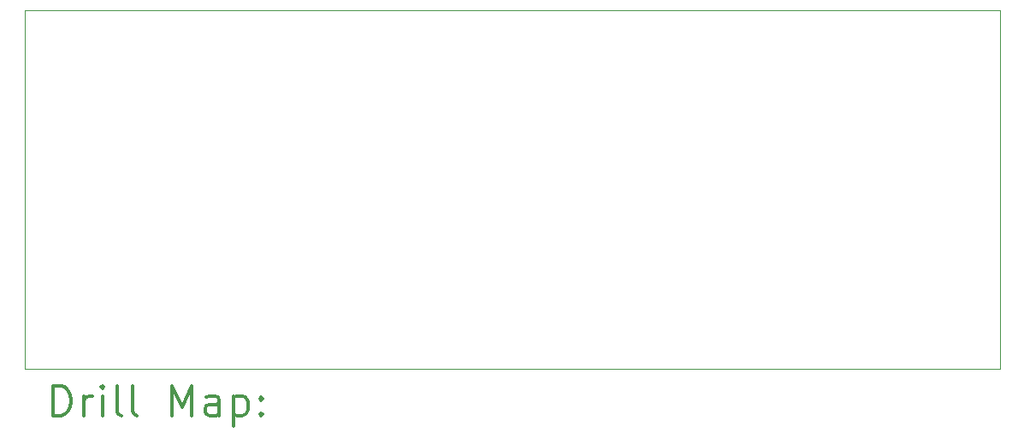
<source format=gbr>
%FSLAX45Y45*%
G04 Gerber Fmt 4.5, Leading zero omitted, Abs format (unit mm)*
G04 Created by KiCad (PCBNEW 5.1.4) date 2019-11-14 20:39:04*
%MOMM*%
%LPD*%
G04 APERTURE LIST*
%ADD10C,0.050000*%
%ADD11C,0.200000*%
%ADD12C,0.300000*%
G04 APERTURE END LIST*
D10*
X6350000Y-6350000D02*
X16002000Y-6350000D01*
X6350000Y-9906000D02*
X6350000Y-6350000D01*
X16002000Y-9906000D02*
X6350000Y-9906000D01*
X16002000Y-9906000D02*
X16002000Y-6350000D01*
D11*
D12*
X6633928Y-10374214D02*
X6633928Y-10074214D01*
X6705357Y-10074214D01*
X6748214Y-10088500D01*
X6776786Y-10117072D01*
X6791071Y-10145643D01*
X6805357Y-10202786D01*
X6805357Y-10245643D01*
X6791071Y-10302786D01*
X6776786Y-10331357D01*
X6748214Y-10359929D01*
X6705357Y-10374214D01*
X6633928Y-10374214D01*
X6933928Y-10374214D02*
X6933928Y-10174214D01*
X6933928Y-10231357D02*
X6948214Y-10202786D01*
X6962500Y-10188500D01*
X6991071Y-10174214D01*
X7019643Y-10174214D01*
X7119643Y-10374214D02*
X7119643Y-10174214D01*
X7119643Y-10074214D02*
X7105357Y-10088500D01*
X7119643Y-10102786D01*
X7133928Y-10088500D01*
X7119643Y-10074214D01*
X7119643Y-10102786D01*
X7305357Y-10374214D02*
X7276786Y-10359929D01*
X7262500Y-10331357D01*
X7262500Y-10074214D01*
X7462500Y-10374214D02*
X7433928Y-10359929D01*
X7419643Y-10331357D01*
X7419643Y-10074214D01*
X7805357Y-10374214D02*
X7805357Y-10074214D01*
X7905357Y-10288500D01*
X8005357Y-10074214D01*
X8005357Y-10374214D01*
X8276786Y-10374214D02*
X8276786Y-10217072D01*
X8262500Y-10188500D01*
X8233928Y-10174214D01*
X8176786Y-10174214D01*
X8148214Y-10188500D01*
X8276786Y-10359929D02*
X8248214Y-10374214D01*
X8176786Y-10374214D01*
X8148214Y-10359929D01*
X8133928Y-10331357D01*
X8133928Y-10302786D01*
X8148214Y-10274214D01*
X8176786Y-10259929D01*
X8248214Y-10259929D01*
X8276786Y-10245643D01*
X8419643Y-10174214D02*
X8419643Y-10474214D01*
X8419643Y-10188500D02*
X8448214Y-10174214D01*
X8505357Y-10174214D01*
X8533928Y-10188500D01*
X8548214Y-10202786D01*
X8562500Y-10231357D01*
X8562500Y-10317072D01*
X8548214Y-10345643D01*
X8533928Y-10359929D01*
X8505357Y-10374214D01*
X8448214Y-10374214D01*
X8419643Y-10359929D01*
X8691071Y-10345643D02*
X8705357Y-10359929D01*
X8691071Y-10374214D01*
X8676786Y-10359929D01*
X8691071Y-10345643D01*
X8691071Y-10374214D01*
X8691071Y-10188500D02*
X8705357Y-10202786D01*
X8691071Y-10217072D01*
X8676786Y-10202786D01*
X8691071Y-10188500D01*
X8691071Y-10217072D01*
M02*

</source>
